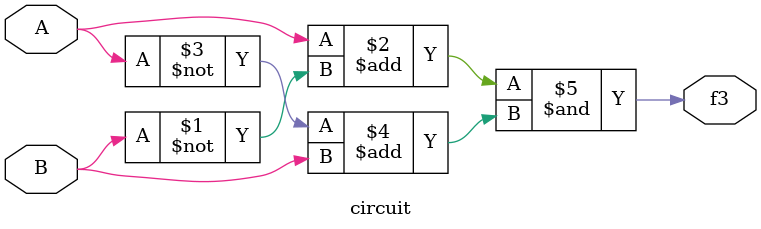
<source format=v>
/*
===================================================================
Project Name    : 組み合わせ回路
File Name       : 1_1_3.v
Encoding        : UTF-8
Creation Date   : 2021/4/15
===================================================================
*/

module circuit(A, B, f3);

	input A, B;
	output f3;

	// wire tmp1, tmp2, tmp3, tmp4;
	// nand(tmp1, A, A);
	// nand(tmp2, B, B);
	// nand(tmp3, A, B);
	// nand(tmp4, tmp1, tmp2);
	// nand(f3, tmp3, tmp4);

	assign f3 = ~(~((A + ~B) & (~A + B)));

endmodule

</source>
